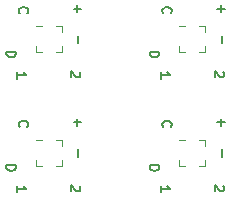
<source format=gbr>
G04 #@! TF.GenerationSoftware,KiCad,Pcbnew,5.1.4+dfsg1-1*
G04 #@! TF.CreationDate,2020-12-01T08:27:42+00:00*
G04 #@! TF.ProjectId,panel,70616e65-6c2e-46b6-9963-61645f706362,rev?*
G04 #@! TF.SameCoordinates,Original*
G04 #@! TF.FileFunction,Legend,Top*
G04 #@! TF.FilePolarity,Positive*
%FSLAX46Y46*%
G04 Gerber Fmt 4.6, Leading zero omitted, Abs format (unit mm)*
G04 Created by KiCad (PCBNEW 5.1.4+dfsg1-1) date 2020-12-01 08:27:42*
%MOMM*%
%LPD*%
G04 APERTURE LIST*
%ADD10C,0.153000*%
%ADD11C,0.120000*%
G04 APERTURE END LIST*
D10*
X69360947Y-60870952D02*
X69970470Y-60870952D01*
X69665709Y-61175714D02*
X69665709Y-60566190D01*
X69750791Y-63760171D02*
X69750791Y-63150648D01*
X64764814Y-61239229D02*
X64726719Y-61201133D01*
X64688624Y-61086848D01*
X64688624Y-61010657D01*
X64726719Y-60896371D01*
X64802909Y-60820181D01*
X64879100Y-60782086D01*
X65031481Y-60743990D01*
X65145767Y-60743990D01*
X65298148Y-60782086D01*
X65374338Y-60820181D01*
X65450529Y-60896371D01*
X65488624Y-61010657D01*
X65488624Y-61086848D01*
X65450529Y-61201133D01*
X65412433Y-61239229D01*
X63654844Y-64500646D02*
X64454844Y-64500646D01*
X64454844Y-64691122D01*
X64416749Y-64805408D01*
X64340558Y-64881598D01*
X64264368Y-64919693D01*
X64111987Y-64957789D01*
X63997701Y-64957789D01*
X63845320Y-64919693D01*
X63769129Y-64881598D01*
X63692939Y-64805408D01*
X63654844Y-64691122D01*
X63654844Y-64500646D01*
X64548924Y-66789124D02*
X64548924Y-66217695D01*
X64548924Y-66503410D02*
X65348924Y-66503410D01*
X65234638Y-66408171D01*
X65158448Y-66312933D01*
X65120352Y-66217695D01*
X69847273Y-66213878D02*
X69885369Y-66251973D01*
X69923464Y-66328164D01*
X69923464Y-66518640D01*
X69885369Y-66594830D01*
X69847273Y-66632926D01*
X69771083Y-66671021D01*
X69694892Y-66671021D01*
X69580607Y-66632926D01*
X69123464Y-66175783D01*
X69123464Y-66671021D01*
X57200939Y-60870952D02*
X57810462Y-60870952D01*
X57505701Y-61175714D02*
X57505701Y-60566190D01*
X57590783Y-63760171D02*
X57590783Y-63150648D01*
X52604806Y-61239229D02*
X52566711Y-61201133D01*
X52528616Y-61086848D01*
X52528616Y-61010657D01*
X52566711Y-60896371D01*
X52642901Y-60820181D01*
X52719092Y-60782086D01*
X52871473Y-60743990D01*
X52985759Y-60743990D01*
X53138140Y-60782086D01*
X53214330Y-60820181D01*
X53290521Y-60896371D01*
X53328616Y-61010657D01*
X53328616Y-61086848D01*
X53290521Y-61201133D01*
X53252425Y-61239229D01*
X51494836Y-64500646D02*
X52294836Y-64500646D01*
X52294836Y-64691122D01*
X52256741Y-64805408D01*
X52180550Y-64881598D01*
X52104360Y-64919693D01*
X51951979Y-64957789D01*
X51837693Y-64957789D01*
X51685312Y-64919693D01*
X51609121Y-64881598D01*
X51532931Y-64805408D01*
X51494836Y-64691122D01*
X51494836Y-64500646D01*
X52388916Y-66789124D02*
X52388916Y-66217695D01*
X52388916Y-66503410D02*
X53188916Y-66503410D01*
X53074630Y-66408171D01*
X52998440Y-66312933D01*
X52960344Y-66217695D01*
X57687265Y-66213878D02*
X57725361Y-66251973D01*
X57763456Y-66328164D01*
X57763456Y-66518640D01*
X57725361Y-66594830D01*
X57687265Y-66632926D01*
X57611075Y-66671021D01*
X57534884Y-66671021D01*
X57420599Y-66632926D01*
X56963456Y-66175783D01*
X56963456Y-66671021D01*
X69360947Y-51250943D02*
X69970470Y-51250943D01*
X69665709Y-51555705D02*
X69665709Y-50946181D01*
X69750791Y-54140162D02*
X69750791Y-53530639D01*
X64764814Y-51619220D02*
X64726719Y-51581124D01*
X64688624Y-51466839D01*
X64688624Y-51390648D01*
X64726719Y-51276362D01*
X64802909Y-51200172D01*
X64879100Y-51162077D01*
X65031481Y-51123981D01*
X65145767Y-51123981D01*
X65298148Y-51162077D01*
X65374338Y-51200172D01*
X65450529Y-51276362D01*
X65488624Y-51390648D01*
X65488624Y-51466839D01*
X65450529Y-51581124D01*
X65412433Y-51619220D01*
X63654844Y-54880637D02*
X64454844Y-54880637D01*
X64454844Y-55071113D01*
X64416749Y-55185399D01*
X64340558Y-55261589D01*
X64264368Y-55299684D01*
X64111987Y-55337780D01*
X63997701Y-55337780D01*
X63845320Y-55299684D01*
X63769129Y-55261589D01*
X63692939Y-55185399D01*
X63654844Y-55071113D01*
X63654844Y-54880637D01*
X64548924Y-57169115D02*
X64548924Y-56597686D01*
X64548924Y-56883401D02*
X65348924Y-56883401D01*
X65234638Y-56788162D01*
X65158448Y-56692924D01*
X65120352Y-56597686D01*
X69847273Y-56593869D02*
X69885369Y-56631964D01*
X69923464Y-56708155D01*
X69923464Y-56898631D01*
X69885369Y-56974821D01*
X69847273Y-57012917D01*
X69771083Y-57051012D01*
X69694892Y-57051012D01*
X69580607Y-57012917D01*
X69123464Y-56555774D01*
X69123464Y-57051012D01*
X57200939Y-51250943D02*
X57810462Y-51250943D01*
X57505701Y-51555705D02*
X57505701Y-50946181D01*
X57590783Y-54140162D02*
X57590783Y-53530639D01*
X52604806Y-51619220D02*
X52566711Y-51581124D01*
X52528616Y-51466839D01*
X52528616Y-51390648D01*
X52566711Y-51276362D01*
X52642901Y-51200172D01*
X52719092Y-51162077D01*
X52871473Y-51123981D01*
X52985759Y-51123981D01*
X53138140Y-51162077D01*
X53214330Y-51200172D01*
X53290521Y-51276362D01*
X53328616Y-51390648D01*
X53328616Y-51466839D01*
X53290521Y-51581124D01*
X53252425Y-51619220D01*
X51494836Y-54880637D02*
X52294836Y-54880637D01*
X52294836Y-55071113D01*
X52256741Y-55185399D01*
X52180550Y-55261589D01*
X52104360Y-55299684D01*
X51951979Y-55337780D01*
X51837693Y-55337780D01*
X51685312Y-55299684D01*
X51609121Y-55261589D01*
X51532931Y-55185399D01*
X51494836Y-55071113D01*
X51494836Y-54880637D01*
X52388916Y-57169115D02*
X52388916Y-56597686D01*
X52388916Y-56883401D02*
X53188916Y-56883401D01*
X53074630Y-56788162D01*
X52998440Y-56692924D01*
X52960344Y-56597686D01*
X57687265Y-56593869D02*
X57725361Y-56631964D01*
X57763456Y-56708155D01*
X57763456Y-56898631D01*
X57725361Y-56974821D01*
X57687265Y-57012917D01*
X57611075Y-57051012D01*
X57534884Y-57051012D01*
X57420599Y-57012917D01*
X56963456Y-56555774D01*
X56963456Y-57051012D01*
D11*
G04 #@! TO.C,U1*
X67840009Y-62330010D02*
X68340009Y-62330010D01*
X68340009Y-62330010D02*
X68340009Y-62830010D01*
X68340009Y-62830010D02*
X68340009Y-62830010D01*
X68340009Y-64030010D02*
X68340009Y-64530010D01*
X68340009Y-64530010D02*
X67840009Y-64530010D01*
X67840009Y-64530010D02*
X67840009Y-64530010D01*
X66640009Y-64530010D02*
X66140009Y-64530010D01*
X66140009Y-64530010D02*
X66140009Y-64030010D01*
X66140009Y-64030010D02*
X66140009Y-64030010D01*
X66640009Y-62330010D02*
X66140009Y-62330010D01*
X66140009Y-62330010D02*
X66140009Y-62330010D01*
X55680001Y-62330010D02*
X56180001Y-62330010D01*
X56180001Y-62330010D02*
X56180001Y-62830010D01*
X56180001Y-62830010D02*
X56180001Y-62830010D01*
X56180001Y-64030010D02*
X56180001Y-64530010D01*
X56180001Y-64530010D02*
X55680001Y-64530010D01*
X55680001Y-64530010D02*
X55680001Y-64530010D01*
X54480001Y-64530010D02*
X53980001Y-64530010D01*
X53980001Y-64530010D02*
X53980001Y-64030010D01*
X53980001Y-64030010D02*
X53980001Y-64030010D01*
X54480001Y-62330010D02*
X53980001Y-62330010D01*
X53980001Y-62330010D02*
X53980001Y-62330010D01*
X67840009Y-52710001D02*
X68340009Y-52710001D01*
X68340009Y-52710001D02*
X68340009Y-53210001D01*
X68340009Y-53210001D02*
X68340009Y-53210001D01*
X68340009Y-54410001D02*
X68340009Y-54910001D01*
X68340009Y-54910001D02*
X67840009Y-54910001D01*
X67840009Y-54910001D02*
X67840009Y-54910001D01*
X66640009Y-54910001D02*
X66140009Y-54910001D01*
X66140009Y-54910001D02*
X66140009Y-54410001D01*
X66140009Y-54410001D02*
X66140009Y-54410001D01*
X66640009Y-52710001D02*
X66140009Y-52710001D01*
X66140009Y-52710001D02*
X66140009Y-52710001D01*
X55680001Y-52710001D02*
X56180001Y-52710001D01*
X56180001Y-52710001D02*
X56180001Y-53210001D01*
X56180001Y-53210001D02*
X56180001Y-53210001D01*
X56180001Y-54410001D02*
X56180001Y-54910001D01*
X56180001Y-54910001D02*
X55680001Y-54910001D01*
X55680001Y-54910001D02*
X55680001Y-54910001D01*
X54480001Y-54910001D02*
X53980001Y-54910001D01*
X53980001Y-54910001D02*
X53980001Y-54410001D01*
X53980001Y-54410001D02*
X53980001Y-54410001D01*
X54480001Y-52710001D02*
X53980001Y-52710001D01*
X53980001Y-52710001D02*
X53980001Y-52710001D01*
G04 #@! TD*
M02*

</source>
